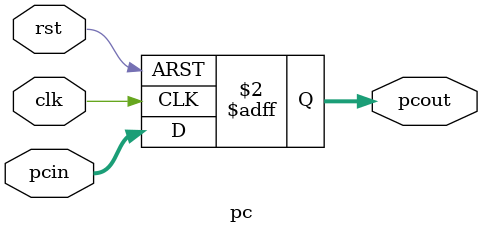
<source format=v>
`timescale 1ns / 1ps

module pc(
    input clk,
    input rst,
    input [31:0] pcin,
    output reg [31:0] pcout
    );

	always @(posedge (rst) or posedge (clk))
			if (rst) pcout <= 0;
			else 		pcout <= pcin;
	
endmodule

</source>
